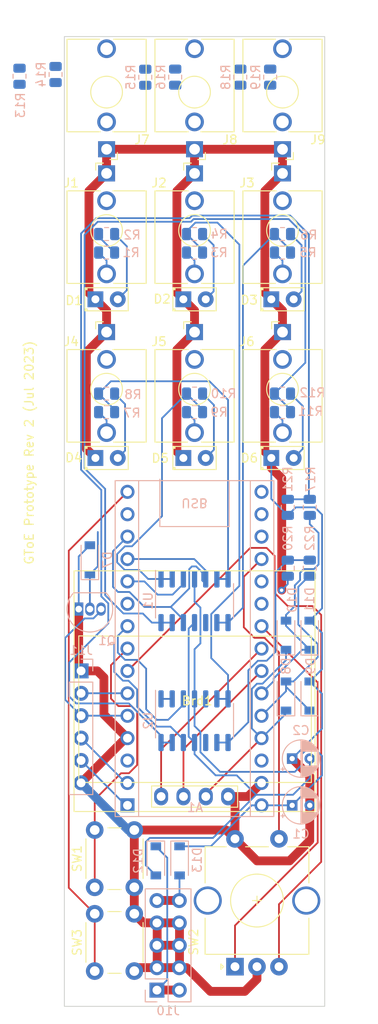
<source format=kicad_pcb>
(kicad_pcb (version 20211014) (generator pcbnew)

  (general
    (thickness 1.6)
  )

  (paper "A4")
  (layers
    (0 "F.Cu" signal)
    (31 "B.Cu" signal)
    (32 "B.Adhes" user "B.Adhesive")
    (33 "F.Adhes" user "F.Adhesive")
    (34 "B.Paste" user)
    (35 "F.Paste" user)
    (36 "B.SilkS" user "B.Silkscreen")
    (37 "F.SilkS" user "F.Silkscreen")
    (38 "B.Mask" user)
    (39 "F.Mask" user)
    (40 "Dwgs.User" user "User.Drawings")
    (41 "Cmts.User" user "User.Comments")
    (42 "Eco1.User" user "User.Eco1")
    (43 "Eco2.User" user "User.Eco2")
    (44 "Edge.Cuts" user)
    (45 "Margin" user)
    (46 "B.CrtYd" user "B.Courtyard")
    (47 "F.CrtYd" user "F.Courtyard")
    (48 "B.Fab" user)
    (49 "F.Fab" user)
    (50 "User.1" user)
    (51 "User.2" user)
    (52 "User.3" user)
    (53 "User.4" user)
    (54 "User.5" user)
    (55 "User.6" user)
    (56 "User.7" user)
    (57 "User.8" user)
    (58 "User.9" user)
  )

  (setup
    (stackup
      (layer "F.SilkS" (type "Top Silk Screen"))
      (layer "F.Paste" (type "Top Solder Paste"))
      (layer "F.Mask" (type "Top Solder Mask") (thickness 0.01))
      (layer "F.Cu" (type "copper") (thickness 0.035))
      (layer "dielectric 1" (type "core") (thickness 1.51) (material "FR4") (epsilon_r 4.5) (loss_tangent 0.02))
      (layer "B.Cu" (type "copper") (thickness 0.035))
      (layer "B.Mask" (type "Bottom Solder Mask") (thickness 0.01))
      (layer "B.Paste" (type "Bottom Solder Paste"))
      (layer "B.SilkS" (type "Bottom Silk Screen"))
      (copper_finish "None")
      (dielectric_constraints no)
    )
    (pad_to_mask_clearance 0)
    (aux_axis_origin 100 40)
    (pcbplotparams
      (layerselection 0x00010f0_ffffffff)
      (disableapertmacros false)
      (usegerberextensions false)
      (usegerberattributes true)
      (usegerberadvancedattributes true)
      (creategerberjobfile true)
      (svguseinch false)
      (svgprecision 6)
      (excludeedgelayer true)
      (plotframeref false)
      (viasonmask false)
      (mode 1)
      (useauxorigin false)
      (hpglpennumber 1)
      (hpglpenspeed 20)
      (hpglpendiameter 15.000000)
      (dxfpolygonmode true)
      (dxfimperialunits true)
      (dxfusepcbnewfont true)
      (psnegative false)
      (psa4output false)
      (plotreference true)
      (plotvalue true)
      (plotinvisibletext false)
      (sketchpadsonfab false)
      (subtractmaskfromsilk false)
      (outputformat 1)
      (mirror false)
      (drillshape 0)
      (scaleselection 1)
      (outputdirectory "Gerbers/")
    )
  )

  (net 0 "")
  (net 1 "Serial Out")
  (net 2 "Serial In")
  (net 3 "unconnected-(A1-Pad3)")
  (net 4 "GND")
  (net 5 "DIGITAL INPUT")
  (net 6 "ENC_D2")
  (net 7 "ENC_D1")
  (net 8 "Channel 1")
  (net 9 "Channel 2")
  (net 10 "Channel 3")
  (net 11 "Channel 4")
  (net 12 "Channel 5")
  (net 13 "Channel 6")
  (net 14 "START STOP BTN")
  (net 15 "SHIFT BTN")
  (net 16 "24ppqn OUT")
  (net 17 "unconnected-(A1-Pad17)")
  (net 18 "unconnected-(A1-Pad18)")
  (net 19 "unconnected-(A1-Pad20)")
  (net 20 "unconnected-(A1-Pad21)")
  (net 21 "ENC_BTN")
  (net 22 "I2C SDA")
  (net 23 "I2C SCL")
  (net 24 "+5V")
  (net 25 "unconnected-(A1-Pad28)")
  (net 26 "+12V")
  (net 27 "Net-(D1-Pad2)")
  (net 28 "Net-(D2-Pad2)")
  (net 29 "Net-(D3-Pad2)")
  (net 30 "Net-(D4-Pad2)")
  (net 31 "Net-(D5-Pad2)")
  (net 32 "Net-(D6-Pad2)")
  (net 33 "Net-(D7-Pad1)")
  (net 34 "Net-(J1-PadT)")
  (net 35 "unconnected-(J1-PadTN)")
  (net 36 "Net-(J2-PadT)")
  (net 37 "unconnected-(J2-PadTN)")
  (net 38 "Net-(J3-PadT)")
  (net 39 "unconnected-(J3-PadTN)")
  (net 40 "Net-(J4-PadT)")
  (net 41 "unconnected-(J4-PadTN)")
  (net 42 "Net-(J5-PadT)")
  (net 43 "unconnected-(J5-PadTN)")
  (net 44 "Net-(J6-PadT)")
  (net 45 "unconnected-(J6-PadTN)")
  (net 46 "Net-(J7-PadT)")
  (net 47 "unconnected-(J7-PadTN)")
  (net 48 "Net-(J8-PadT)")
  (net 49 "unconnected-(J8-PadTN)")
  (net 50 "Net-(J9-PadT)")
  (net 51 "unconnected-(J9-PadTN)")
  (net 52 "CV2 INPUT")
  (net 53 "-12V")
  (net 54 "CV1 INPUT")
  (net 55 "unconnected-(A1-Pad16)")
  (net 56 "Net-(D12-Pad1)")
  (net 57 "Net-(D13-Pad2)")
  (net 58 "Net-(R1-Pad1)")
  (net 59 "Net-(R3-Pad1)")
  (net 60 "Net-(R5-Pad1)")
  (net 61 "Net-(R7-Pad1)")
  (net 62 "Net-(R10-Pad2)")
  (net 63 "Net-(R11-Pad1)")
  (net 64 "Net-(R17-Pad2)")
  (net 65 "Net-(R15-Pad2)")
  (net 66 "Net-(R16-Pad2)")
  (net 67 "Net-(R20-Pad1)")

  (footprint "gtoe:thonkiconn" (layer "F.Cu") (at 124.8 46.3 180))

  (footprint "gtoe:button" (layer "F.Cu") (at 105.7 142.75 90))

  (footprint "gtoe:FlatTopLed" (layer "F.Cu") (at 114.8 87.8))

  (footprint "gtoe:thonkiconn" (layer "F.Cu") (at 114.8 62))

  (footprint "gtoe:I2C SSD1306" (layer "F.Cu") (at 114.8 115.6 180))

  (footprint "gtoe:thonkiconn" (layer "F.Cu") (at 114.8 80))

  (footprint "gtoe:FlatTopLed" (layer "F.Cu") (at 104.8 87.8))

  (footprint "gtoe:FlatTopLed" (layer "F.Cu") (at 124.8 69.8))

  (footprint "gtoe:thonkiconn" (layer "F.Cu") (at 124.8 62))

  (footprint "gtoe:FlatTopLed" (layer "F.Cu") (at 114.8 69.8))

  (footprint "gtoe:SwitchEncoder" (layer "F.Cu") (at 121.9 138 90))

  (footprint "gtoe:thonkiconn" (layer "F.Cu") (at 114.8 46.3 180))

  (footprint "gtoe:thonkiconn" (layer "F.Cu") (at 124.8 80))

  (footprint "gtoe:thonkiconn" (layer "F.Cu") (at 104.8 62))

  (footprint "gtoe:FlatTopLed" (layer "F.Cu") (at 124.8 87.8))

  (footprint "gtoe:FlatTopLed" (layer "F.Cu") (at 104.8 69.8))

  (footprint "gtoe:thonkiconn" (layer "F.Cu") (at 104.8 80))

  (footprint "gtoe:thonkiconn" (layer "F.Cu") (at 104.8 46.3 180))

  (footprint "gtoe:button" (layer "F.Cu") (at 105.7 133.25 90))

  (footprint "Diode_SMD:D_SOD-123" (layer "B.Cu") (at 113.1 133.5 -90))

  (footprint "Resistor_SMD:R_0805_2012Metric" (layer "B.Cu") (at 123.4 44.6 -90))

  (footprint "Capacitor_THT:CP_Radial_D4.0mm_P2.00mm" (layer "B.Cu") (at 125.9 127.2))

  (footprint "Diode_SMD:D_SOD-123" (layer "B.Cu") (at 127.9 114.8 90))

  (footprint "Diode_SMD:D_SOD-123" (layer "B.Cu") (at 127.9 107.9 90))

  (footprint "Resistor_SMD:R_0805_2012Metric" (layer "B.Cu") (at 114.8 82.6 180))

  (footprint "Diode_SMD:D_SOD-123" (layer "B.Cu") (at 110.4 133.5 -90))

  (footprint "Resistor_SMD:R_0805_2012Metric" (layer "B.Cu") (at 114.8 64.5 180))

  (footprint "Package_SO:SO-14_3.9x8.65mm_P1.27mm" (layer "B.Cu") (at 114.8 117.6 -90))

  (footprint "gtoe:Arduino_Nano (adjusted courtyard)" (layer "B.Cu") (at 114.8 112))

  (footprint "Resistor_SMD:R_0805_2012Metric" (layer "B.Cu") (at 94.9 44.5 -90))

  (footprint "Resistor_SMD:R_0805_2012Metric" (layer "B.Cu") (at 104.8 82.6 180))

  (footprint "Resistor_SMD:R_0805_2012Metric" (layer "B.Cu") (at 124.8 80.5 180))

  (footprint "Resistor_SMD:R_0805_2012Metric" (layer "B.Cu") (at 114.8 80.5 180))

  (footprint "Resistor_SMD:R_0805_2012Metric" (layer "B.Cu") (at 99 44.3 -90))

  (footprint "Resistor_SMD:R_0805_2012Metric" (layer "B.Cu") (at 127.9 100.3 90))

  (footprint "Resistor_SMD:R_0805_2012Metric" (layer "B.Cu") (at 120 44.6 -90))

  (footprint "Connector_PinHeader_2.54mm:PinHeader_1x06_P2.54mm_Vertical" (layer "B.Cu") (at 101.9 111.95 180))

  (footprint "Resistor_SMD:R_0805_2012Metric" (layer "B.Cu") (at 104.8 62.4 180))

  (footprint "Resistor_SMD:R_0805_2012Metric" (layer "B.Cu") (at 124.8 64.5 180))

  (footprint "Resistor_SMD:R_0805_2012Metric" (layer "B.Cu") (at 124.8 82.6 180))

  (footprint "Resistor_SMD:R_0805_2012Metric" (layer "B.Cu") (at 125.4 100.3 -90))

  (footprint "Capacitor_THT:CP_Radial_D4.0mm_P2.00mm" (layer "B.Cu")
    (tedit 5AE50EF0) (tstamp 92d2b063-112e-4f9c-9bb4-b431b473765a)
    (at 125.9 121.9)
    (descr "CP, Radial series, Radial, pin pitch=2.00mm, , diameter=4mm, Electrolytic Capacitor")
    (tags "CP Radial series Radial pin pitch 2.00mm  diameter 4mm Electrolytic Capacitor")
    (property "Sheetfile" "gtoe.kicad_sch")
    (property "Sheetname" "")
    (path "/87c70d75-b506-468f-8e8e-9bbc54fba500")
    (attr through_hole)
    (fp_text reference "C2" (at 1 -3.2) (layer "B.SilkS")
      (effects (font (size 1 1) (thickness 0.15)) (justify mirror))
      (tstamp dc54d08b-e603-4f3e-b50b-783645b2664c)
    )
    (fp_text value "10uF" (at 1 -3.25) (layer "B.Fab")
      (effects (font (size 1 1) (thickness 0.15)) (justify mirror))
      (tstamp e1ac3c69-be49-4a9c-9389-7c357cf25214)
    )
    (fp_text user "${REFERENCE}" (at 1 0) (layer "B.Fab")
      (effects (font (size 0.8 0.8) (thickness 0.12)) (justify mirror))
      (tstamp db2c95dc-a7ee-4f40-8dfd-74d9caf2e1af)
    )
    (fp_line (start 1.841 1.907) (end 1.841 0.84) (layer "B.SilkS") (width 0.12) (tstamp 001241f2-19e4-4175-a4fb-6c9fbc166f7e))
    (fp_line (start 1.721 1.954) (end 1.721 0.84) (layer "B.SilkS") (width 0.12) (tstamp 0965e432-ff66-41c9-b521-40e33cfa3e7c))
    (fp_line (start 2.521 -0.84) (end 2.521 -1.438) (layer "B.SilkS") (width 0.12) (tstamp 0a3b4109-42d6-4af2-bc6d-fca35363395f))
    (fp_line (start 1.2 2.071) (end 1.2 0.84) (layer "B.SilkS") (width 0.12) (tstamp 0af6b790-08b6-490f-b1d8-c7c5381217f4))
    (fp_line (start 1.841 -0.84) (end 1.841 -1.907) (layer "B.SilkS") (width 0.12) (tstamp 0e1204b9-6991-4231-8620-de0b9c29d9cd))
    (fp_line (start 2.161 -0.84) (end 2.161 -1.735) (layer "B.SilkS") (width 0.12) (tstamp 0fdfe7d9-2fe1-42e4-a5b9-034ba5ff7d47))
    (fp_line (start 1.4 2.042) (end 1.4 0.84) (layer "B.SilkS") (width 0.12) (tstamp 11bfd39d-2884-4c8c-84d6-684ed73f9168))
    (fp_line (start 1.68 -0.84) (end 1.68 -1.968) (layer "B.SilkS") (width 0.12) (tstamp 13397254-d61a-4147-87fb-c6828248d5ba))
    (fp_line (start 1.6 1.994) (end 1.6 0.84) (layer "B.SilkS") (width 0.12) (tstamp 16b27dac-9cc6-4d22-a269-c9760c193f15))
    (fp_line (start 2.241 1.68) (end 2.241 0.84) (layer "B.SilkS") (width 0.12) (tstamp 17cd7caa-5458-43ab-8335-846c939e1ba5))
    (fp_line (start 1.12 2.077) (end 1.12 -2.077) (layer "B.SilkS") (width 0.12) (tstamp 18dfd2fb-092c-4412-96c9-be93ae0aef15))
    (fp_line (start 1.04 2.08) (end 1.04 -2.08) (layer "B.SilkS") (width 0.12) (tstamp 18ee8269-d8c5-47da-bf49-377e33b08149))
    (fp_line (start 2.441 -0.84) (end 2.441 -1.516) (layer "B.SilkS") (width 0.12) (tstamp 19178823-95c7-434d-8879-824b04683058))
    (fp_line (start 1.36 -0.84) (end 1.36 -2.05) (layer "B.SilkS") (width 0.12) (tstamp 1ffe666d-fff3-4ed1-9f09-5cd80a608ffc))
    (fp_line (start 2.321 -0.84) (end 2.321 -1.619) (layer "B.SilkS") (width 0.12) (tstamp 202fe87f-af58-4146-b9bd-6cb4f077cdf3))
    (fp_line (start -1.069801 1.395) (end -1.069801 0.995) (layer "B.SilkS") (width 0.12) (tstamp 24863ca5-ae97-473f-b04c-fcb4630284cd))
    (fp_line (start 1.881 -0.84) (end 1.881 -1.889) (layer "B.SilkS") (width 0.12) (tstamp 267603b6-60c8-4ece-ad02-c8fad8490639))
    (fp_line (start 2.601 1.351) (end 2.601 0.84) (layer "B.SilkS") (width 0.12) (tstamp 2989862e-5f79-4aa9-8693-da59ee952045))
    (fp_line (start 1.44 2.034) (end 1.44 0.84) (layer "B.SilkS") (width 0.12) (tstamp 2c0791ea-51cf-488c-a444-893f214693a2))
    (fp_line (start 2.041 1.808) (end 2.041 0.84) (layer "B.SilkS") (width 0.12) (tstamp 322af50b-cf4b-4fd5-9870-8446bd760035))
    (fp_line (start 2.281 -0.84) (end 2.281 -1.65) (layer "B.SilkS") (width 0.12) (tstamp 33fa8e12-cb97-4d5b-9fff-25722016799e))
    (fp_line (start 2.801 1.08) (end 2.801 0.84) (layer "B.SilkS") (width 0.12) (tstamp 3506a90c-fe32-4bb0-a792-96fd1b319551))
    (fp_line (start 2.041 -0.84) (end 2.041 -1.808) (layer "B.SilkS") (width 0.12) (tstamp 38911cb9-a508-4476-aaf2-83ee2e910ac5))
    (fp_line (start 2.641 -0.84) (end 2.641 -1.304) (layer "B.SilkS") (width 0.12) (tstamp 3b70e20f-0db8-4aec-8275-28eeb05a7854))
    (fp_line (start 1.28 2.062) (end 1.28 0.84) (layer "B.SilkS") (width 0.12) (tstamp 4124bec1-8807-4ca3-a72c-6e15b569bd95))
    (fp_line (start 1.64 -0.84) (end 1.64 -1.982) (layer "B.SilkS") (width 0.12) (tstamp 41357696-82dc-402a-9a04-7052d38a36d5))
    (fp_line (start 2.081 1.785) (end 2.081 0.84) (layer "B.SilkS") (width 0.12) (tstamp 48bceacb-bc04-4eb9-a63c-6f896186b75a))
    (fp_line (start 2.401 -0.84) (end 2.401 -1.552) (layer "B.SilkS") (width 0.12) (tstamp 51a7610a-6aba-4f31-8bfa-cbfa7c925c6c))
    (fp_line (start 2.361 1.587) (end 2.361 0.84) (layer "B.SilkS") (width 0.12) (tstamp 524f8ec4-3cbf-4c2b-b96c-5022da9167bc))
    (fp_line (start 1.24 2.067) (end 1.24 0.84) (layer "B.SilkS") (width 0.12) (tstamp 53b2b101-e409-4637-92cc-e2f24b8b1aad))
    (fp_line (start 2.001 1.83) (end 2.001 0.84) (layer "B.SilkS") (width 0.12) (tstamp 5488e5c2-37dc-49bc-9432-71cedb2851c3))
    (fp_line (start 2.281 1.65) (end 2.281 0.84) (layer "B.SilkS") (width 0.12) (tstamp 55a85213-df35-4d43-bf81-94e47cef6dad))
    (fp_line (start 1.64 1.982) (end 1.64 0.84) (layer "B.SilkS") (width 0.12) (tstamp 56cd711d-35db-463d-9254-2f67aa5f5634))
    (fp_line (start 1.52 2.016) (end 1.52 0.84) (layer "B.SilkS") (width 0.12) (tstamp 59eddaef-938c-463e-8eb6-28623d37009d))
    (fp_line (start 1.801 1.924) (end 1.801 0.84) (layer "B.SilkS") (width 0.12) (tstamp 5e2f85b3-e82a-4c96-87c7-077a55a77524))
    (fp_line (start 2.601 -0.84) (end 2.601 -1.351) (layer "B.SilkS") (width 0.12) (tstamp 65b677fb-0466-4c17-8cea-4f3a7161fed6))
    (fp_line (start 2.361 -0.84) (end 2.361 -1.587) (layer "B.SilkS") (width 0.12) (tstamp 6b735b9b-d839-4c00-b02b-461b9c764900))
    (fp_line (start 2.201 1.708) (end 2.201 0.84) (layer "B.SilkS") (width 0.12) (tstamp 6d4f4b62-0f4f-49e6-8199-530dd2cf422b))
    (fp_line (start 1.16 2.074) (end 1.16 -2.074) (layer "B.SilkS") (width 0.12) (tstamp 70b7e1dd-a15c-435b-8b7d-3e0394479d97))
    (fp_line (start 1.52 -0.84) (end 1.52 -2.016) (layer "B.SilkS") (width 0.12) (tstamp 749e0dd7-90be-49e7-aef6-587f8df10ae2))
    (fp_line (start 2.161 1.735) (end 2.161 0.84) (layer "B.SilkS") (width 0.12) (tstamp 75c27bec-9845-424c-864c-41a9e06315f7))
    (fp_line (start -1.269801 1.195) (end -0.869801 1.195) (layer "B.SilkS") (width 0.12) (tstamp 770d736c-e4b8-475e-9dab-3532d21bc3c1))
    (fp_line (start 1.961 -0.84) (end 1.961 -1.851) (layer "B.SilkS") (width 0.12) (tstamp 79eed3b0-1016-469e-92fc-36403f019412))
    (fp_line (start 2.081 -0.84) (end 2.081 -1.785) (layer "B.SilkS") (width 0.12) (tstamp 7d8467b7-ed81-4020-a293-5735adc9949d))
    (fp_line (start 1.08 2.079) (end 1.08 -2.079) (layer "B.SilkS") (width 0.12) (tstamp 841ceacc-1360-4256-9ffa-23b7f4bd6cfd))
    (fp_line (start 1.28 -0.84) (end 1.28 -2.062) (layer "B.SilkS") (width 0.12) (tstamp 84a15330-c851-4bd8-9c5c-c3f8ab6d3f8b))
    (fp_line (start 1.921 -0.84) (end 1.921 -1.87) (layer "B.SilkS") (width 0.12) (tstamp 85a786dc-0fe9-4604-ba15-61169d59bfb5))
    (fp_line (start 1 2.08) (end 1 -2.08) (layer "B.SilkS") (width 0.12) (tstamp 8ae8a1e0-d1d8-4e31-af04-cdd9955532ad))
    (fp_line (start 2.761 1.142) (end 2.761 0.84) (layer "B.SilkS"
... [109795 chars truncated]
</source>
